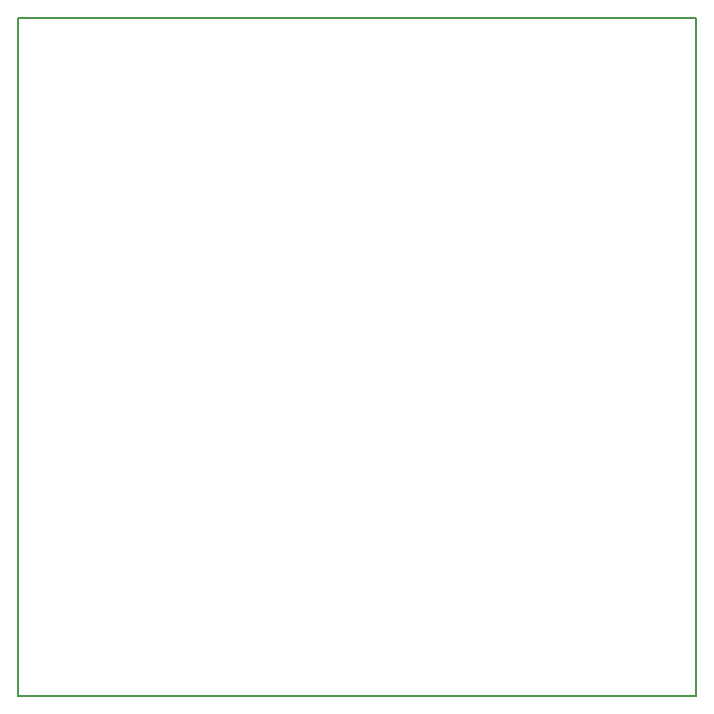
<source format=gbr>
G04 #@! TF.FileFunction,Profile,NP*
%FSLAX46Y46*%
G04 Gerber Fmt 4.6, Leading zero omitted, Abs format (unit mm)*
G04 Created by KiCad (PCBNEW 4.0.5) date Saturday, March 04, 2017 'PMt' 10:22:20 PM*
%MOMM*%
%LPD*%
G01*
G04 APERTURE LIST*
%ADD10C,0.100000*%
%ADD11C,0.150000*%
G04 APERTURE END LIST*
D10*
D11*
X108080000Y-45120000D02*
X108080000Y-102540000D01*
X50660000Y-102540000D02*
X108080000Y-102540000D01*
X50660000Y-45120000D02*
X108080000Y-45120000D01*
X50660000Y-45120000D02*
X50660000Y-102540000D01*
M02*

</source>
